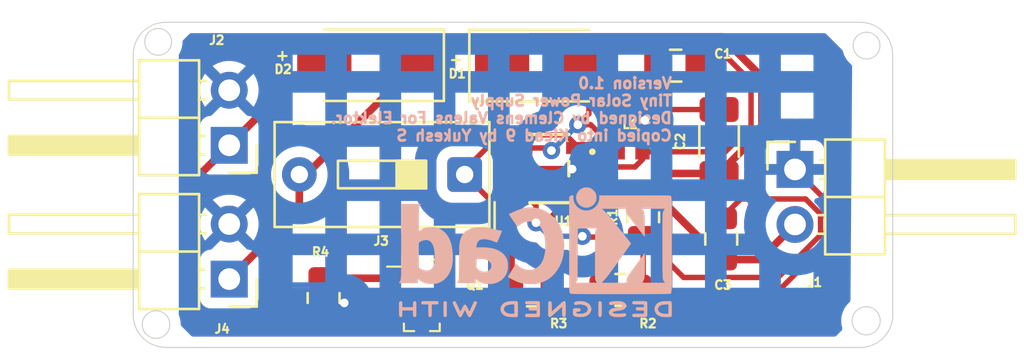
<source format=kicad_pcb>
(kicad_pcb (version 20241229) (generator "pcbnew") (generator_version "9.0")
  (title_block (title "Elektor's Solar Power Supply") (date "2025-12-09") (company "YUKESH.S 2024104010") (comment 1 "Redesigning Tiny Solar Power Supply") (comment 2 "Designed by Clemens Valens for Elektor for Kicad Like pro."))
  (layers (0 "F.Cu" signal) (2 "B.Cu" signal) (13 "F.Paste" user) (15 "B.Paste" user) (5 "F.SilkS" user "F.Silkscreen") (7 "B.SilkS" user "B.Silkscreen") (1 "F.Mask" user) (3 "B.Mask" user) (25 "Edge.Cuts" user))
  (net 0 "")
  (net 1 "GNDD")
  (net 2 "Net-(J3-Pin_1)")
  (net 3 "/OUT_P")
  (net 4 "Net-(U1-FB)")
  (net 5 "Net-(D1-A)")
  (net 6 "/SOLAR_P")
  (net 7 "/BAT_P")
  (net 8 "Net-(Q1-D)")
  (footprint "footprints:SOT23-5_1P55X2P9_DIO" (layer "F.Cu") (at 130.175 97.75)
    (property "Reference" "U1" (at 0.65 2.425 0) (layer "F.SilkS") (effects (font (size 0.4 0.4) (thickness 0.1))))
    (property "Value" "AP3015AKTR-G1")
    (pad "1" smd rect (at -1.36525 -0.950001) (size 1.1811 0.5588) (layers "F.Cu" "F.Mask" "F.Paste") (net 5 "Net-(D1-A)"))
    (pad "2" smd rect (at -1.36525 0) (size 1.1811 0.5588) (layers "F.Cu" "F.Mask" "F.Paste") (net 1 "GNDD"))
    (pad "3" smd rect (at -1.36525 0.950001) (size 1.1811 0.5588) (layers "F.Cu" "F.Mask" "F.Paste") (net 4 "Net-(U1-FB)"))
    (pad "4" smd rect (at 1.36525 0.950001) (size 1.1811 0.5588) (layers "F.Cu" "F.Mask" "F.Paste") (net 8 "Net-(Q1-D)"))
    (pad "5" smd rect (at 1.36525 -0.950001) (size 1.1811 0.5588) (layers "F.Cu" "F.Mask" "F.Paste") (net 2 "Net-(J3-Pin_1)"))
  )
  (footprint "footprints:IND_LQW15_MUR" (layer "F.Cu") (at 133.9 96.975)
    (property "Reference" "L1" (at 0 -1.27 0) (layer "F.SilkS") (effects (font (size 0.4 0.4) (thickness 0.1))))
    (property "Value" "LQW15AN1N3C80D")
    (pad "1" smd rect (at -0.5715 0) (size 0.6604 0.7112) (layers "F.Cu" "F.Mask" "F.Paste") (net 5 "Net-(D1-A)"))
    (pad "2" smd rect (at 0.5715 0) (size 0.6604 0.7112) (layers "F.Cu" "F.Mask" "F.Paste") (net 2 "Net-(J3-Pin_1)"))
  )
  (footprint "Diode_SMD:D_SMA" (layer "F.Cu") (at 130 93)
    (property "Reference" "D1" (at -4.0668 0.3704 0) (layer "F.SilkS") (effects (font (size 0.4 0.4) (thickness 0.5))))
    (property "Value" "SS14")
    (pad "1" smd roundrect (at -2 0) (size 2.5 1.8) (layers "F.Cu" "F.Mask" "F.Paste") (roundrect_rratio 0.1388888889) (net 3 "/OUT_P"))
    (pad "2" smd roundrect (at 2 0) (size 2.5 1.8) (layers "F.Cu" "F.Mask" "F.Paste") (roundrect_rratio 0.1388888889) (net 5 "Net-(D1-A)"))
  )
  (footprint "Capacitor_SMD:C_1206_3216Metric" (layer "F.Cu") (at 138 96.5 90)
    (property "Reference" "C2" (at 0 -1.79 90) (layer "F.SilkS") (effects (font (size 0.4 0.4) (thickness 0.5))))
    (property "Value" "22uF, 10V, X7R (1206)")
    (pad "1" smd roundrect (at -1.475 0 90) (size 1.15 1.8) (layers "F.Cu" "F.Mask" "F.Paste") (roundrect_rratio 0.217391) (net 3 "/OUT_P"))
    (pad "2" smd roundrect (at 1.475 0 90) (size 1.15 1.8) (layers "F.Cu" "F.Mask" "F.Paste") (roundrect_rratio 0.217391) (net 1 "GNDD"))
  )
  (footprint "Resistor_SMD:R_0805_2012Metric" (layer "F.Cu") (at 129.375 103.375)
    (property "Reference" "R3" (at 1.2318 1.527 0) (layer "F.SilkS") (effects (font (size 0.4 0.4) (thickness 0.5))))
    (property "Value" "10kOhm")
    (pad "1" smd roundrect (at -0.9125 0) (size 1.025 1.4) (layers "F.Cu" "F.Mask" "F.Paste") (roundrect_rratio 0.243902) (net 2 "Net-(J3-Pin_1)"))
    (pad "2" smd roundrect (at 0.9125 0) (size 1.025 1.4) (layers "F.Cu" "F.Mask" "F.Paste") (roundrect_rratio 0.243902) (net 8 "Net-(Q1-D)"))
  )
  (footprint "Capacitor_SMD:C_0805_2012Metric" (layer "F.Cu") (at 138.1 101 90)
    (property "Reference" "C3" (at -2.124 0.076 180) (layer "F.SilkS") (effects (font (size 0.4 0.4) (thickness 0.5))))
    (property "Value" "10pF, 50V, X7R (0805)")
    (pad "1" smd roundrect (at -0.95 0 90) (size 1 1.45) (layers "F.Cu" "F.Mask" "F.Paste") (net 3 "/OUT_P"))
    (pad "2" smd roundrect (at 0.95 0 90) (size 1 1.45) (layers "F.Cu" "F.Mask" "F.Paste") (net 4 "Net-(U1-FB)"))
  )
  (footprint "Resistor_SMD:R_0805_2012Metric" (layer "F.Cu") (at 133.45 103.35 180)
    (property "Reference" "R2" (at -1.2716 -1.552 0) (layer "F.SilkS") (effects (font (size 0.4 0.4) (thickness 0.5))))
    (property "Value" "604 kOhm")
    (pad "1" smd roundrect (at -0.9125 0 180) (size 1.025 1.4) (layers "F.Cu" "F.Mask" "F.Paste") (roundrect_rratio 0.243902) (net 4 "Net-(U1-FB)"))
    (pad "2" smd roundrect (at 0.9125 0 180) (size 1.025 1.4) (layers "F.Cu" "F.Mask" "F.Paste") (roundrect_rratio 0.243902) (net 1 "GNDD"))
  )
  (footprint "Connector_PinHeader_2.54mm:PinHeader_1x02_P2.54mm_Horizontal" (layer "F.Cu") (at 141.5 97.79)
    (property "Reference" "J1" (at 0.9 5.21 0) (layer "F.SilkS") (effects (font (size 0.4 0.4) (thickness 0.5))))
    (property "Value" "Conn_01x02_Pin")
    (pad "1" thru_hole rect (at 0 0) (size 1.7 1.7) (drill 1) (layers "*.Cu" "*.Mask") (net 1 "GNDD"))
    (pad "2" thru_hole circle (at 0 2.54) (size 1.7 1.7) (drill 1) (layers "*.Cu" "*.Mask") (net 3 "/OUT_P"))
  )
  (footprint "Connector_PinHeader_2.54mm:PinHeader_1x02_P2.54mm_Horizontal" (layer "F.Cu") (at 115.425 102.85 180)
    (property "Reference" "J2" (at 0.575 11.025 0) (layer "F.SilkS") (effects (font (size 0.4 0.4) (thickness 0.5))))
    (property "Value" "Conn_01x02_Pin")
    (pad "1" thru_hole rect (at 0 0 180) (size 1.7 1.7) (drill 1) (layers "*.Cu" "*.Mask") (net 7 "/BAT_P"))
    (pad "2" thru_hole circle (at 0 2.54 180) (size 1.7 1.7) (drill 1) (layers "*.Cu" "*.Mask") (net 1 "GNDD"))
  )
  (footprint "digikey-footprints:SOT-23-3" (layer "F.Cu") (at 124.3 103.6)
    (property "Reference" "Q1" (at 2.446 -0.476 0) (layer "F.SilkS") (effects (font (size 0.4 0.4) (thickness 0.1))))
    (property "Value" "2N7002")
    (pad "1" smd rect (at -1.05 -0.95) (size 1.3 0.6) (layers "F.Cu" "F.Mask" "F.Paste") (net 6 "/SOLAR_P"))
    (pad "2" smd rect (at -1.05 0.95) (size 1.3 0.6) (layers "F.Cu" "F.Mask" "F.Paste") (net 1 "GNDD"))
    (pad "3" smd rect (at 1.05 0) (size 1.3 0.6) (layers "F.Cu" "F.Mask" "F.Paste") (net 8 "Net-(Q1-D)"))
  )
  (footprint "Button_Switch_THT:SW_DIP_SPSTx01_Slide_9.78x4.72mm_W7.62mm_P2.54mm" (layer "F.Cu") (at 126.275 98.025 180)
    (property "Reference" "J3" (at 3.847 -3.067 0) (layer "F.SilkS") (effects (font (size 0.4 0.4) (thickness 0.5))))
    (property "Value" "Conn_01x02_Pin")
    (pad "1" thru_hole roundrect (at 0 0 180) (size 1.6 1.6) (drill 0.8) (layers "*.Cu" "*.Mask") (roundrect_rratio 0.15625) (net 2 "Net-(J3-Pin_1)"))
    (pad "2" thru_hole circle (at 7.62 0 180) (size 1.6 1.6) (drill 0.8) (layers "*.Cu" "*.Mask") (net 7 "/BAT_P"))
  )
  (footprint "Resistor_SMD:R_0805_2012Metric" (layer "F.Cu") (at 119.775 103.725 -90)
    (property "Reference" "R4" (at -2.125 0.141 180) (layer "F.SilkS") (effects (font (size 0.4 0.4) (thickness 0.5))))
    (property "Value" "1MOhm")
    (pad "1" smd roundrect (at -0.9125 0 270) (size 1.025 1.4) (layers "F.Cu" "F.Mask" "F.Paste") (roundrect_rratio 0.243902) (net 6 "/SOLAR_P"))
    (pad "2" smd roundrect (at 0.9125 0 270) (size 1.025 1.4) (layers "F.Cu" "F.Mask" "F.Paste") (roundrect_rratio 0.243902) (net 1 "GNDD"))
  )
  (footprint "Diode_SMD:D_SMA" (layer "F.Cu") (at 121.8075 92.98 180)
    (property "Reference" "D2" (at 3.9007 -0.1872 0) (layer "F.SilkS") (effects (font (size 0.4 0.4) (thickness 0.5))))
    (property "Value" "SS14")
    (pad "1" smd roundrect (at -2 0 180) (size 2.5 1.8) (layers "F.Cu" "F.Mask" "F.Paste") (roundrect_rratio 0.1388888889) (net 7 "/BAT_P"))
    (pad "2" smd roundrect (at 2 0 180) (size 2.5 1.8) (layers "F.Cu" "F.Mask" "F.Paste") (roundrect_rratio 0.1388888889) (net 6 "/SOLAR_P"))
  )
  (footprint "Resistor_SMD:R_0805_2012Metric" (layer "F.Cu") (at 134.5 100 -90)
    (property "Reference" "R1" (at 0 1.404 90) (layer "F.SilkS") (effects (font (size 0.4 0.4) (thickness 0.5))))
    (property "Value" "1MOhm")
    (pad "1" smd roundrect (at -0.9125 0 270) (size 1.025 1.4) (layers "F.Cu" "F.Mask" "F.Paste") (roundrect_rratio 0.243902) (net 3 "/OUT_P"))
    (pad "2" smd roundrect (at 0.9125 0 270) (size 1.025 1.4) (layers "F.Cu" "F.Mask" "F.Paste") (roundrect_rratio 0.243902) (net 4 "Net-(U1-FB)"))
  )
  (footprint "Capacitor_SMD:C_0805_2012Metric" (layer "F.Cu") (at 136 93 180)
    (property "Reference" "C1" (at -2.176 0.544 0) (layer "F.SilkS") (effects (font (size 0.4 0.4) (thickness 0.5))))
    (property "Value" "4.7uF, 50V, X7R (0805)")
    (pad "1" smd roundrect (at -0.95 0 180) (size 1 1.45) (layers "F.Cu" "F.Mask" "F.Paste") (net 2 "Net-(J3-Pin_1)"))
    (pad "2" smd roundrect (at 0.95 0 180) (size 1 1.45) (layers "F.Cu" "F.Mask" "F.Paste") (net 1 "GNDD"))
  )
  (footprint "Connector_PinHeader_2.54mm:PinHeader_1x02_P2.54mm_Horizontal" (layer "F.Cu") (at 115.425 96.675 180)
    (property "Reference" "J4" (at 0.325 -8.475 0) (layer "F.SilkS") (effects (font (size 0.4 0.4) (thickness 0.5))))
    (property "Value" "Conn_01x02_Pin")
    (pad "1" thru_hole rect (at 0 0 180) (size 1.7 1.7) (drill 1) (layers "*.Cu" "*.Mask") (net 6 "/SOLAR_P"))
    (pad "2" thru_hole circle (at 0 2.54 180) (size 1.7 1.7) (drill 1) (layers "*.Cu" "*.Mask") (net 1 "GNDD"))
  )
  (footprint "Symbol:KiCad-Logo2_5mm_SilkScreen" (layer "B.Cu") (at 129.54 101.6 180)
    (property "Reference" "REF**" (hide yes))
    (property "Value" "KiCad-Logo2_5mm_SilkScreen" (hide yes))
  )
  (gr_line (start 146.000833 92.5) (end 146.000833 104.5) (stroke (width 0.05)) (layer "Edge.Cuts"))
  (gr_arc (start 110.999167 92.5) (mid 111.438751 91.438751) (end 112.5 90.999167) (stroke (width 0.05)) (layer "Edge.Cuts"))
  (gr_arc (start 146.00675 104.5) (mid 145.565433 105.565433) (end 144.5 106.00675) (stroke (width 0.05)) (layer "Edge.Cuts"))
  (gr_circle (center 112.05 104.95) (end 112.5 104.5) (stroke (width 0.05)) (fill no) (layer "Edge.Cuts"))
  (gr_arc (start 144.5 90.999167) (mid 145.561249 91.438751) (end 146.000833 92.5) (stroke (width 0.05)) (layer "Edge.Cuts"))
  (gr_circle (center 112.15 91.9) (end 112.675 91.575) (stroke (width 0.05)) (fill no) (layer "Edge.Cuts"))
  (gr_circle (center 144.78 104.775) (end 145.025 104.175) (stroke (width 0.05)) (fill no) (layer "Edge.Cuts"))
  (gr_line (start 144.5 106.00675) (end 112.5 106.00675) (stroke (width 0.05)) (layer "Edge.Cuts"))
  (gr_arc (start 112.5 106) (mid 111.43934 105.56066) (end 111 104.5) (stroke (width 0.05)) (layer "Edge.Cuts"))
  (gr_line (start 110.999167 92.5) (end 110.999167 104.5) (stroke (width 0.05)) (layer "Edge.Cuts"))
  (gr_circle (center 144.797546 92.075) (end 145.322546 91.75) (stroke (width 0.05)) (fill no) (layer "Edge.Cuts"))
  (gr_line (start 112.5 90.999167) (end 144.5 90.999167) (stroke (width 0.05)) (layer "Edge.Cuts"))
  (gr_text "+" (at 125.51 93 0) (layer "F.SilkS") (effects (font (size 0.5 0.5) (thickness 0.1)) (justify left bottom)))
  (gr_text "+" (at 117.5004 92.8116 0) (layer "F.SilkS") (effects (font (size 0.5 0.5) (thickness 0.1)) (justify left bottom)))
  (gr_text "Version 1.0\nTiny Solar Power Supply\nDesigned by Clemens Valens For Elektor.\nCopied into Kicad 9 by Yukesh S" (at 135.89 96.52 0) (layer "B.SilkS") (effects (font (size 0.5 0.5) (thickness 0.125) (bold yes)) (justify left bottom mirror)))
  (segment (start 115.51 94.135) (end 115.525 94.15) (width 0.25) (layer "F.Cu") (net 1))
  (segment (start 143.127 101.003926) (end 139.754926 104.376) (width 0.25) (layer "F.Cu") (net 1))
  (segment (start 139.754926 104.376) (end 133.5635 104.376) (width 0.25) (layer "F.Cu") (net 1))
  (segment (start 128.80975 97.75) (end 131.2 97.75) (width 0.25) (layer "F.Cu") (net 1))
  (segment (start 123.552 104.852) (end 123.25 104.55) (width 0.25) (layer "F.Cu") (net 1))
  (segment (start 133.5635 104.376) (end 132.5375 103.35) (width 0.25) (layer "F.Cu") (net 1))
  (segment (start 119.8625 104.55) (end 119.775 104.6375) (width 0.25) (layer "F.Cu") (net 1))
  (segment (start 135.05 95.05) (end 135.05 93) (width 0.25) (layer "F.Cu") (net 1))
  (segment (start 141.5 97.79) (end 143.127 99.417) (width 0.25) (layer "F.Cu") (net 1))
  (segment (start 135.45 95.025) (end 138 95.025) (width 0.25) (layer "F.Cu") (net 1))
  (segment (start 132.5375 103.35) (end 131.0355 104.852) (width 0.25) (layer "F.Cu") (net 1))
  (segment (start 134.575 95.525) (end 134.95 95.525) (width 0.25) (layer "F.Cu") (net 1))
  (segment (start 131.0355 104.852) (end 123.552 104.852) (width 0.25) (layer "F.Cu") (net 1))
  (segment (start 120.0375 104.6375) (end 120.725 103.95) (width 0.25) (layer "F.Cu") (net 1))
  (segment (start 123.25 104.55) (end 119.8625 104.55) (width 0.25) (layer "F.Cu") (net 1))
  (segment (start 134.95 95.525) (end 135.45 95.025) (width 0.25) (layer "F.Cu") (net 1))
  (segment (start 119.775 104.6375) (end 120.0375 104.6375) (width 0.25) (layer "F.Cu") (net 1))
  (segment (start 131.2 97.75) (end 131.225 97.775) (width 0.25) (layer "F.Cu") (net 1))
  (segment (start 143.127 99.417) (end 143.127 101.003926) (width 0.25) (layer "F.Cu") (net 1))
  (segment (start 134.575 95.525) (end 135.05 95.05) (width 0.25) (layer "F.Cu") (net 1))
  (via (at 120.725 103.95) (size 0.8) (drill 0.4) (layers "F.Cu" "B.Cu") (net 1))
  (via (at 131.225 97.775) (size 0.8) (drill 0.4) (layers "F.Cu" "B.Cu") (net 1))
  (via (at 134.575 95.525) (size 0.8) (drill 0.4) (layers "F.Cu" "B.Cu") (net 1))
  (segment (start 118.24 103.125) (end 115.425 100.31) (width 0.25) (layer "B.Cu") (net 1))
  (segment (start 119.9 103.125) (end 118.24 103.125) (width 0.25) (layer "B.Cu") (net 1))
  (segment (start 132.325 97.775) (end 134.575 95.525) (width 0.25) (layer "B.Cu") (net 1))
  (segment (start 120.725 103.95) (end 119.9 103.125) (width 0.25) (layer "B.Cu") (net 1))
  (segment (start 131.225 97.775) (end 132.325 97.775) (width 0.25) (layer "B.Cu") (net 1))
  (segment (start 127.8932 96.194599) (end 130.93485 96.194599) (width 0.25) (layer "F.Cu") (net 2))
  (segment (start 134.4715 96.975) (end 138.29148 96.975) (width 0.25) (layer "F.Cu") (net 2))
  (segment (start 134.125 97.675) (end 134.4715 97.3285) (width 0.25) (layer "F.Cu") (net 2))
  (segment (start 130.93485 96.194599) (end 131.54025 96.799999) (width 0.25) (layer "F.Cu") (net 2))
  (segment (start 139.474 93.73252) (end 138.29148 92.55) (width 0.25) (layer "F.Cu") (net 2))
  (segment (start 138.29148 96.975) (end 139.474 95.79248) (width 0.25) (layer "F.Cu") (net 2))
  (segment (start 126.275 97.812799) (end 127.8932 96.194599) (width 0.25) (layer "F.Cu") (net 2))
  (segment (start 134.4715 97.3285) (end 134.4715 96.975) (width 0.25) (layer "F.Cu") (net 2))
  (segment (start 126.275 98.025) (end 126.275 97.812799) (width 0.25) (layer "F.Cu") (net 2))
  (segment (start 137.4 92.55) (end 136.95 93) (width 0.25) (layer "F.Cu") (net 2))
  (segment (start 132.415251 97.675) (end 134.125 97.675) (width 0.25) (layer "F.Cu") (net 2))
  (segment (start 128.4625 103.375) (end 128.4625 100.2125) (width 0.25) (layer "F.Cu") (net 2))
  (segment (start 131.54025 96.799999) (end 132.415251 97.675) (width 0.25) (layer "F.Cu") (net 2))
  (segment (start 128.4625 100.2125) (end 126.275 98.025) (width 0.25) (layer "F.Cu") (net 2))
  (segment (start 139.474 95.79248) (end 139.474 93.73252) (width 0.25) (layer "F.Cu") (net 2))
  (segment (start 138.29148 92.55) (end 137.4 92.55) (width 0.25) (layer "F.Cu") (net 2))
  (segment (start 138 97.975) (end 139.975 96) (width 0.35) (layer "F.Cu") (net 3))
  (segment (start 139.88 101.95) (end 141.5 100.33) (width 0.35) (layer "F.Cu") (net 3))
  (segment (start 139.975 96) (end 139.975 93.525) (width 0.35) (layer "F.Cu") (net 3))
  (segment (start 138 97.975) (end 135.6125 97.975) (width 0.35) (layer "F.Cu") (net 3))
  (segment (start 138.1 101.95) (end 139.88 101.95) (width 0.35) (layer "F.Cu") (net 3))
  (segment (start 129.324 91.676) (end 128 93) (width 0.35) (layer "F.Cu") (net 3))
  (segment (start 135.2375 99.0875) (end 138.1 101.95) (width 0.35) (layer "F.Cu") (net 3))
  (segment (start 134.5 99.0875) (end 135.2375 99.0875) (width 0.35) (layer "F.Cu") (net 3))
  (segment (start 139.975 93.525) (end 138.126 91.676) (width 0.35) (layer "F.Cu") (net 3))
  (segment (start 138.126 91.676) (end 129.324 91.676) (width 0.35) (layer "F.Cu") (net 3))
  (segment (start 135.6125 97.975) (end 134.5 99.0875) (width 0.35) (layer "F.Cu") (net 3))
  (segment (start 134.5 100.9125) (end 134.5 103.2125) (width 0.25) (layer "F.Cu") (net 4))
  (segment (start 131.7375 100.9125) (end 131.7 100.875) (width 0.25) (layer "F.Cu") (net 4))
  (segment (start 141.987116 99.154) (end 142.676 99.842884) (width 0.25) (layer "F.Cu") (net 4))
  (segment (start 129.5625 100.25) (end 129.5625 99.452751) (width 0.25) (layer "F.Cu") (net 4))
  (segment (start 140.717116 102.776) (end 136.3635 102.776) (width 0.25) (layer "F.Cu") (net 4))
  (segment (start 134.5 100.9125) (end 131.7375 100.9125) (width 0.25) (layer "F.Cu") (net 4))
  (segment (start 134.5 103.2125) (end 134.3625 103.35) (width 0.25) (layer "F.Cu") (net 4))
  (segment (start 136.3635 102.776) (end 134.5 100.9125) (width 0.25) (layer "F.Cu") (net 4))
  (segment (start 138.1 100.05) (end 138.996 99.154) (width 0.25) (layer "F.Cu") (net 4))
  (segment (start 142.676 99.842884) (end 142.676 100.817116) (width 0.25) (layer "F.Cu") (net 4))
  (segment (start 142.676 100.817116) (end 140.717116 102.776) (width 0.25) (layer "F.Cu") (net 4))
  (segment (start 138.996 99.154) (end 141.987116 99.154) (width 0.25) (layer "F.Cu") (net 4))
  (segment (start 129.5625 99.452751) (end 128.80975 98.700001) (width 0.25) (layer "F.Cu") (net 4))
  (via (at 129.5625 100.25) (size 0.8) (drill 0.4) (layers "F.Cu" "B.Cu") (net 4))
  (via (at 131.7 100.875) (size 0.8) (drill 0.4) (layers "F.Cu" "B.Cu") (net 4))
  (segment (start 131.7 100.875) (end 130.1875 100.875) (width 0.25) (layer "B.Cu") (net 4))
  (segment (start 130.1875 100.875) (end 129.5625 100.25) (width 0.25) (layer "B.Cu") (net 4))
  (segment (start 130.1554 96.799999) (end 130.275 96.919599) (width 0.25) (layer "F.Cu") (net 5))
  (segment (start 133.3285 96.975) (end 132.08102 95.72752) (width 0.25) (layer "F.Cu") (net 5))
  (segment (start 128.80975 96.799999) (end 130.1554 96.799999) (width 0.25) (layer "F.Cu") (net 5))
  (segment (start 132.08102 95.72752) (end 131.493077 95.72752) (width 0.25) (layer "F.Cu") (net 5))
  (segment (start 131.493077 95.72752) (end 132 95.220597) (width 0.25) (layer "F.Cu") (net 5))
  (segment (start 132 95.220597) (end 132 93) (width 0.25) (layer "F.Cu") (net 5))
  (via (at 130.275 96.919599) (size 0.8) (drill 0.4) (layers "F.Cu" "B.Cu") (net 5))
  (via (at 131.493077 95.72752) (size 0.8) (drill 0.4) (layers "F.Cu" "B.Cu") (net 5))
  (segment (start 130.300998 96.919599) (end 131.493077 95.72752) (width 0.25) (layer "B.Cu") (net 5))
  (segment (start 130.275 96.919599) (end 130.300998 96.919599) (width 0.25) (layer "B.Cu") (net 5))
  (segment (start 117.882774 104.925) (end 119.775 103.032774) (width 0.35) (layer "F.Cu") (net 6))
  (segment (start 115.425 96.675) (end 119.1 93) (width 0.35) (layer "F.Cu") (net 6))
  (segment (start 119.775 103.032774) (end 119.775 102.8125) (width 0.35) (layer "F.Cu") (net 6))
  (segment (start 119.1 93) (end 120 93) (width 0.35) (layer "F.Cu") (net 6))
  (segment (start 113.425 98.675) (end 113.425 103.7) (width 0.35) (layer "F.Cu") (net 6))
  (segment (start 119.775 102.8125) (end 123.0875 102.8125) (width 0.35) (layer "F.Cu") (net 6))
  (segment (start 114.65 104.925) (end 117.882774 104.925) (width 0.35) (layer "F.Cu") (net 6))
  (segment (start 123.0875 102.8125) (end 123.25 102.65) (width 0.35) (layer "F.Cu") (net 6))
  (segment (start 113.425 103.7) (end 114.65 104.925) (width 0.35) (layer "F.Cu") (net 6))
  (segment (start 115.425 96.675) (end 113.425 98.675) (width 0.35) (layer "F.Cu") (net 6))
  (segment (start 118.655 98.025) (end 118.975 98.025) (width 0.35) (layer "F.Cu") (net 7))
  (segment (start 115.425 102.85) (end 118.655 99.62) (width 0.35) (layer "F.Cu") (net 7))
  (segment (start 118.655 99.62) (end 118.655 98.025) (width 0.35) (layer "F.Cu") (net 7))
  (segment (start 118.975 98.025) (end 124 93) (width 0.35) (layer "F.Cu") (net 7))
  (segment (start 130.2875 99.952751) (end 131.54025 98.700001) (width 0.25) (layer "F.Cu") (net 8))
  (segment (start 129.2615 104.401) (end 130.2875 103.375) (width 0.25) (layer "F.Cu") (net 8))
  (segment (start 130.2875 103.375) (end 130.2875 99.952751) (width 0.25) (layer "F.Cu") (net 8))
  (segment (start 126.151 104.401) (end 129.2615 104.401) (width 0.25) (layer "F.Cu") (net 8))
  (segment (start 125.35 103.6) (end 126.151 104.401) (width 0.25) (layer "F.Cu") (net 8))
  (zone (net 1) (net_name "GNDD") (layer "B.Cu") (connect_pads (clearance 0.5)) (min_thickness 0.25) (fill yes (mode hatch) (thermal_gap 0.5) (thermal_bridge_width 0.5) (hatch_thickness 1) (hatch_gap 1.5) (hatch_orientation 0) (hatch_border_algorithm hatch_thickness) (hatch_min_hole_area 0.3))
    (polygon (pts (xy 142.6 91.2) (xy 144.133996 92.733996) (xy 144.05 104.825) (xy 143.125 105.75) (xy 113.95 105.75) (xy 113.1 104.9) (xy 113.1 92.025) (xy 113.925 91.2)))
  )
)
</source>
